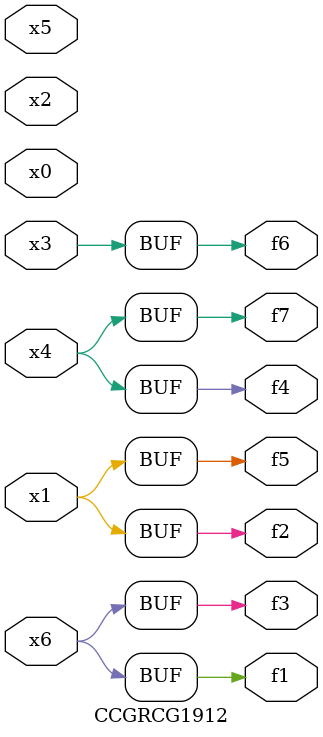
<source format=v>
module CCGRCG1912(
	input x0, x1, x2, x3, x4, x5, x6,
	output f1, f2, f3, f4, f5, f6, f7
);
	assign f1 = x6;
	assign f2 = x1;
	assign f3 = x6;
	assign f4 = x4;
	assign f5 = x1;
	assign f6 = x3;
	assign f7 = x4;
endmodule

</source>
